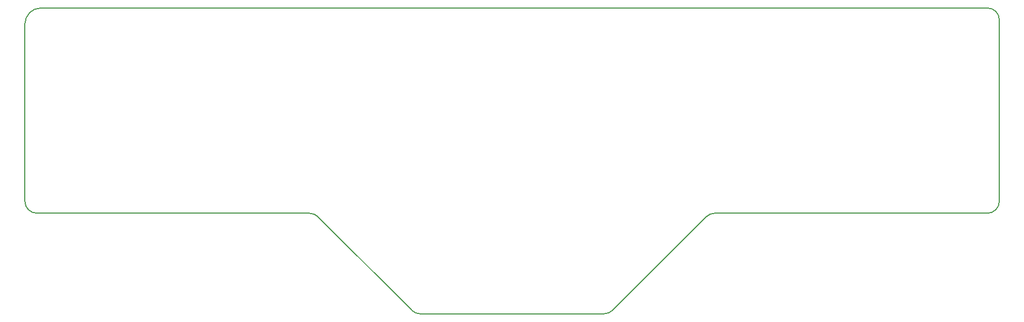
<source format=gbr>
G04 #@! TF.FileFunction,Profile,NP*
%FSLAX46Y46*%
G04 Gerber Fmt 4.6, Leading zero omitted, Abs format (unit mm)*
G04 Created by KiCad (PCBNEW 4.0.6) date 03/21/17 10:55:45*
%MOMM*%
%LPD*%
G01*
G04 APERTURE LIST*
%ADD10C,0.100000*%
%ADD11C,0.150000*%
G04 APERTURE END LIST*
D10*
D11*
X236575600Y-122553814D02*
G75*
G03X237921800Y-121996200I0J1903814D01*
G01*
X206323362Y-121997038D02*
G75*
G03X207670400Y-122555000I1347038J1347038D01*
G01*
X191567638Y-107237962D02*
G75*
G03X190220600Y-106680000I-1347038J-1347038D01*
G01*
X254025400Y-106681186D02*
G75*
G03X252679200Y-107238800I0J-1903814D01*
G01*
X296926000Y-106680000D02*
G75*
G03X298831000Y-104775000I0J1905000D01*
G01*
X298831000Y-76200000D02*
G75*
G03X296926000Y-74295000I-1905000J0D01*
G01*
X145415000Y-104775000D02*
G75*
G03X147320000Y-106680000I1905000J0D01*
G01*
X147950567Y-74295004D02*
G75*
G03X145415000Y-76835000I4433J-2539996D01*
G01*
X236575600Y-122555000D02*
X207670400Y-122555000D01*
X237921800Y-121996200D02*
X252679200Y-107238800D01*
X296926000Y-106680000D02*
X254025400Y-106680000D01*
X206324200Y-121996200D02*
X191566800Y-107238800D01*
X147320000Y-106680000D02*
X190220600Y-106680000D01*
X145415000Y-104775000D02*
X145415000Y-76835000D01*
X298831000Y-76200000D02*
X298831000Y-104775000D01*
X147955000Y-74295000D02*
X296926000Y-74295000D01*
M02*

</source>
